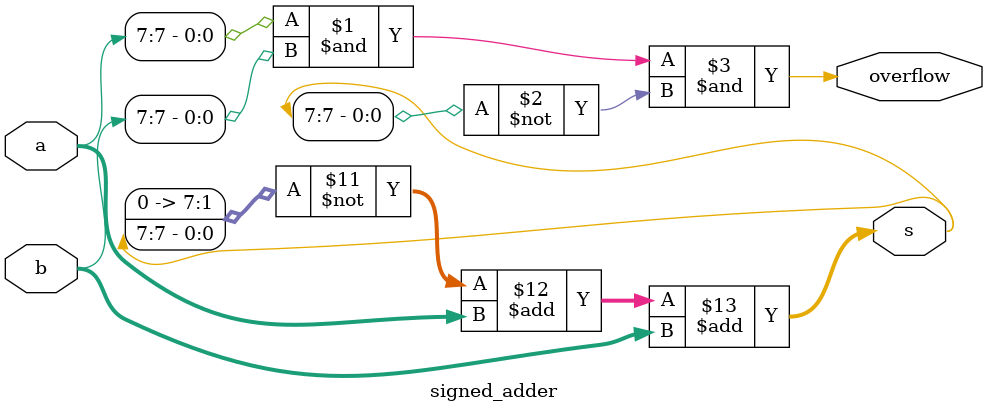
<source format=v>

module signed_adder(input [7:0] a,
    input [7:0] b,
    output [7:0] s,
    output overflow
); 

// The numbers a and b are added to the output s. 
// assign the occurence of the signed overflow of a and b to the output overflow.
// a signed overflow occurs if the most significant bits of a and b are low and the most significant bit of s is high
// a signed overflow may also occur if the most significant bits of a and b are high and the most significant bit of s is low


assign overflow = (a[7] & b[7] & ~s[7]) | (a[7] & ~a[7] & ~b[7] & s[7]);

// The numbers a and b are added to the output s. 
// The output will be a 8-bit 2's complement number.

// The output s is then complemented to make it a normal number.

assign s = ~s[7] + a + b;

endmodule

</source>
